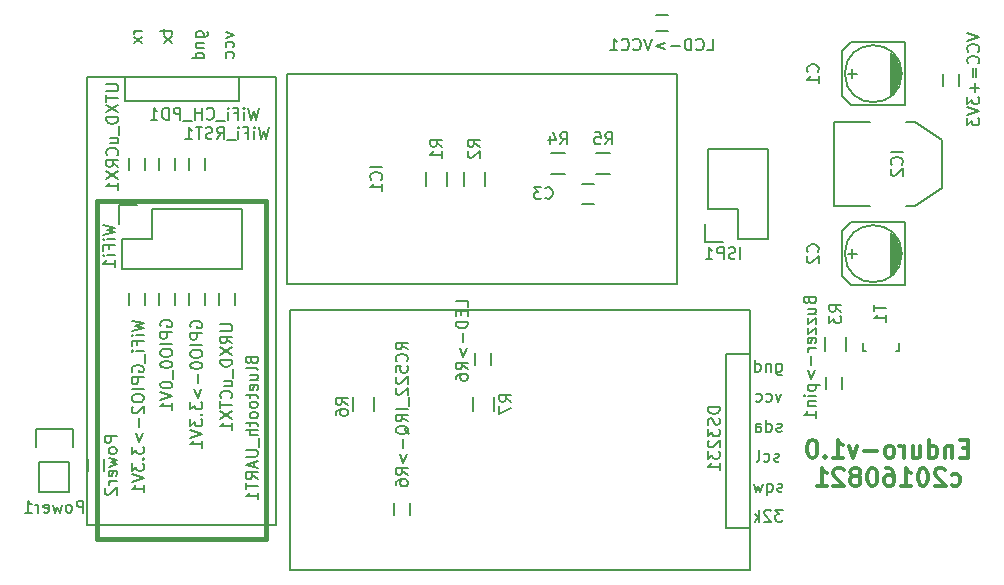
<source format=gbr>
G04 #@! TF.FileFunction,Legend,Bot*
%FSLAX46Y46*%
G04 Gerber Fmt 4.6, Leading zero omitted, Abs format (unit mm)*
G04 Created by KiCad (PCBNEW 4.0.2-stable) date 29/08/2016 16:57:44*
%MOMM*%
G01*
G04 APERTURE LIST*
%ADD10C,0.100000*%
%ADD11C,0.300000*%
%ADD12C,0.150000*%
%ADD13C,0.400000*%
%ADD14C,0.152400*%
G04 APERTURE END LIST*
D10*
D11*
X102797714Y-76162857D02*
X102297714Y-76162857D01*
X102083428Y-76948571D02*
X102797714Y-76948571D01*
X102797714Y-75448571D01*
X102083428Y-75448571D01*
X101440571Y-75948571D02*
X101440571Y-76948571D01*
X101440571Y-76091429D02*
X101369143Y-76020000D01*
X101226285Y-75948571D01*
X101012000Y-75948571D01*
X100869143Y-76020000D01*
X100797714Y-76162857D01*
X100797714Y-76948571D01*
X99440571Y-76948571D02*
X99440571Y-75448571D01*
X99440571Y-76877143D02*
X99583428Y-76948571D01*
X99869142Y-76948571D01*
X100012000Y-76877143D01*
X100083428Y-76805714D01*
X100154857Y-76662857D01*
X100154857Y-76234286D01*
X100083428Y-76091429D01*
X100012000Y-76020000D01*
X99869142Y-75948571D01*
X99583428Y-75948571D01*
X99440571Y-76020000D01*
X98083428Y-75948571D02*
X98083428Y-76948571D01*
X98726285Y-75948571D02*
X98726285Y-76734286D01*
X98654857Y-76877143D01*
X98511999Y-76948571D01*
X98297714Y-76948571D01*
X98154857Y-76877143D01*
X98083428Y-76805714D01*
X97369142Y-76948571D02*
X97369142Y-75948571D01*
X97369142Y-76234286D02*
X97297714Y-76091429D01*
X97226285Y-76020000D01*
X97083428Y-75948571D01*
X96940571Y-75948571D01*
X96226285Y-76948571D02*
X96369143Y-76877143D01*
X96440571Y-76805714D01*
X96512000Y-76662857D01*
X96512000Y-76234286D01*
X96440571Y-76091429D01*
X96369143Y-76020000D01*
X96226285Y-75948571D01*
X96012000Y-75948571D01*
X95869143Y-76020000D01*
X95797714Y-76091429D01*
X95726285Y-76234286D01*
X95726285Y-76662857D01*
X95797714Y-76805714D01*
X95869143Y-76877143D01*
X96012000Y-76948571D01*
X96226285Y-76948571D01*
X95083428Y-76377143D02*
X93940571Y-76377143D01*
X93369142Y-75948571D02*
X93011999Y-76948571D01*
X92654857Y-75948571D01*
X91297714Y-76948571D02*
X92154857Y-76948571D01*
X91726285Y-76948571D02*
X91726285Y-75448571D01*
X91869142Y-75662857D01*
X92012000Y-75805714D01*
X92154857Y-75877143D01*
X90654857Y-76805714D02*
X90583429Y-76877143D01*
X90654857Y-76948571D01*
X90726286Y-76877143D01*
X90654857Y-76805714D01*
X90654857Y-76948571D01*
X89654857Y-75448571D02*
X89512000Y-75448571D01*
X89369143Y-75520000D01*
X89297714Y-75591429D01*
X89226285Y-75734286D01*
X89154857Y-76020000D01*
X89154857Y-76377143D01*
X89226285Y-76662857D01*
X89297714Y-76805714D01*
X89369143Y-76877143D01*
X89512000Y-76948571D01*
X89654857Y-76948571D01*
X89797714Y-76877143D01*
X89869143Y-76805714D01*
X89940571Y-76662857D01*
X90012000Y-76377143D01*
X90012000Y-76020000D01*
X89940571Y-75734286D01*
X89869143Y-75591429D01*
X89797714Y-75520000D01*
X89654857Y-75448571D01*
X101369141Y-79277143D02*
X101511998Y-79348571D01*
X101797712Y-79348571D01*
X101940570Y-79277143D01*
X102011998Y-79205714D01*
X102083427Y-79062857D01*
X102083427Y-78634286D01*
X102011998Y-78491429D01*
X101940570Y-78420000D01*
X101797712Y-78348571D01*
X101511998Y-78348571D01*
X101369141Y-78420000D01*
X100797713Y-77991429D02*
X100726284Y-77920000D01*
X100583427Y-77848571D01*
X100226284Y-77848571D01*
X100083427Y-77920000D01*
X100011998Y-77991429D01*
X99940570Y-78134286D01*
X99940570Y-78277143D01*
X100011998Y-78491429D01*
X100869141Y-79348571D01*
X99940570Y-79348571D01*
X99011999Y-77848571D02*
X98869142Y-77848571D01*
X98726285Y-77920000D01*
X98654856Y-77991429D01*
X98583427Y-78134286D01*
X98511999Y-78420000D01*
X98511999Y-78777143D01*
X98583427Y-79062857D01*
X98654856Y-79205714D01*
X98726285Y-79277143D01*
X98869142Y-79348571D01*
X99011999Y-79348571D01*
X99154856Y-79277143D01*
X99226285Y-79205714D01*
X99297713Y-79062857D01*
X99369142Y-78777143D01*
X99369142Y-78420000D01*
X99297713Y-78134286D01*
X99226285Y-77991429D01*
X99154856Y-77920000D01*
X99011999Y-77848571D01*
X97083428Y-79348571D02*
X97940571Y-79348571D01*
X97511999Y-79348571D02*
X97511999Y-77848571D01*
X97654856Y-78062857D01*
X97797714Y-78205714D01*
X97940571Y-78277143D01*
X95797714Y-77848571D02*
X96083428Y-77848571D01*
X96226285Y-77920000D01*
X96297714Y-77991429D01*
X96440571Y-78205714D01*
X96512000Y-78491429D01*
X96512000Y-79062857D01*
X96440571Y-79205714D01*
X96369143Y-79277143D01*
X96226285Y-79348571D01*
X95940571Y-79348571D01*
X95797714Y-79277143D01*
X95726285Y-79205714D01*
X95654857Y-79062857D01*
X95654857Y-78705714D01*
X95726285Y-78562857D01*
X95797714Y-78491429D01*
X95940571Y-78420000D01*
X96226285Y-78420000D01*
X96369143Y-78491429D01*
X96440571Y-78562857D01*
X96512000Y-78705714D01*
X94726286Y-77848571D02*
X94583429Y-77848571D01*
X94440572Y-77920000D01*
X94369143Y-77991429D01*
X94297714Y-78134286D01*
X94226286Y-78420000D01*
X94226286Y-78777143D01*
X94297714Y-79062857D01*
X94369143Y-79205714D01*
X94440572Y-79277143D01*
X94583429Y-79348571D01*
X94726286Y-79348571D01*
X94869143Y-79277143D01*
X94940572Y-79205714D01*
X95012000Y-79062857D01*
X95083429Y-78777143D01*
X95083429Y-78420000D01*
X95012000Y-78134286D01*
X94940572Y-77991429D01*
X94869143Y-77920000D01*
X94726286Y-77848571D01*
X93369143Y-78491429D02*
X93512001Y-78420000D01*
X93583429Y-78348571D01*
X93654858Y-78205714D01*
X93654858Y-78134286D01*
X93583429Y-77991429D01*
X93512001Y-77920000D01*
X93369143Y-77848571D01*
X93083429Y-77848571D01*
X92940572Y-77920000D01*
X92869143Y-77991429D01*
X92797715Y-78134286D01*
X92797715Y-78205714D01*
X92869143Y-78348571D01*
X92940572Y-78420000D01*
X93083429Y-78491429D01*
X93369143Y-78491429D01*
X93512001Y-78562857D01*
X93583429Y-78634286D01*
X93654858Y-78777143D01*
X93654858Y-79062857D01*
X93583429Y-79205714D01*
X93512001Y-79277143D01*
X93369143Y-79348571D01*
X93083429Y-79348571D01*
X92940572Y-79277143D01*
X92869143Y-79205714D01*
X92797715Y-79062857D01*
X92797715Y-78777143D01*
X92869143Y-78634286D01*
X92940572Y-78562857D01*
X93083429Y-78491429D01*
X92226287Y-77991429D02*
X92154858Y-77920000D01*
X92012001Y-77848571D01*
X91654858Y-77848571D01*
X91512001Y-77920000D01*
X91440572Y-77991429D01*
X91369144Y-78134286D01*
X91369144Y-78277143D01*
X91440572Y-78491429D01*
X92297715Y-79348571D01*
X91369144Y-79348571D01*
X89940573Y-79348571D02*
X90797716Y-79348571D01*
X90369144Y-79348571D02*
X90369144Y-77848571D01*
X90512001Y-78062857D01*
X90654859Y-78205714D01*
X90797716Y-78277143D01*
D12*
X44196000Y-44704000D02*
X44196000Y-82704000D01*
X44196000Y-82704000D02*
X28196000Y-82704000D01*
X28196000Y-44704000D02*
X28196000Y-82704000D01*
X44196000Y-44704000D02*
X28196000Y-44704000D01*
X41021000Y-46736000D02*
X31369000Y-46736000D01*
X31369000Y-46736000D02*
X31369000Y-44704000D01*
X31369000Y-44704000D02*
X41021000Y-44704000D01*
X41021000Y-44704000D02*
X41021000Y-46736000D01*
X60085000Y-52740000D02*
X60085000Y-53940000D01*
X61835000Y-53940000D02*
X61835000Y-52740000D01*
X84328000Y-82931000D02*
X84328000Y-68199000D01*
X84328000Y-68199000D02*
X82296000Y-68199000D01*
X82296000Y-68199000D02*
X82296000Y-82931000D01*
X84328000Y-86487000D02*
X45328000Y-86487000D01*
X45328000Y-86487000D02*
X45328000Y-64487000D01*
X84328000Y-64487000D02*
X45328000Y-64487000D01*
X84328000Y-86487000D02*
X84328000Y-64487000D01*
X84328000Y-82931000D02*
X82296000Y-82931000D01*
X96676160Y-67960240D02*
X96627900Y-67960240D01*
X93877180Y-67259200D02*
X93877180Y-67960240D01*
X93877180Y-67960240D02*
X94126100Y-67960240D01*
X96676160Y-67960240D02*
X96876820Y-67960240D01*
X96876820Y-67960240D02*
X96876820Y-67259200D01*
X94488000Y-55626000D02*
X91440000Y-55626000D01*
X91440000Y-55626000D02*
X91440000Y-48514000D01*
X91440000Y-48514000D02*
X94488000Y-48514000D01*
X97536000Y-55626000D02*
X98298000Y-55626000D01*
X98298000Y-55626000D02*
X100584000Y-54102000D01*
X100584000Y-54102000D02*
X100584000Y-50038000D01*
X100584000Y-50038000D02*
X98298000Y-48514000D01*
X98298000Y-48514000D02*
X97536000Y-48514000D01*
X97028000Y-43815000D02*
X97028000Y-45212000D01*
X96901000Y-43561000D02*
X96901000Y-45339000D01*
X96774000Y-43180000D02*
X96774000Y-45720000D01*
X96647000Y-45847000D02*
X96647000Y-43053000D01*
X96520000Y-42926000D02*
X96520000Y-45974000D01*
X96393000Y-46101000D02*
X96393000Y-42799000D01*
X96266000Y-42672000D02*
X96266000Y-46228000D01*
X97409000Y-41783000D02*
X92837000Y-41783000D01*
X92837000Y-41783000D02*
X92075000Y-42545000D01*
X92075000Y-42545000D02*
X92075000Y-46355000D01*
X92075000Y-46355000D02*
X92837000Y-47117000D01*
X92837000Y-47117000D02*
X97409000Y-47117000D01*
X97409000Y-47117000D02*
X97409000Y-41783000D01*
X92583000Y-44450000D02*
X93345000Y-44450000D01*
X92964000Y-44069000D02*
X92964000Y-44831000D01*
X97155000Y-44450000D02*
G75*
G03X97155000Y-44450000I-2413000J0D01*
G01*
X56910000Y-52740000D02*
X56910000Y-53940000D01*
X58660000Y-53940000D02*
X58660000Y-52740000D01*
X90692000Y-66710000D02*
X90692000Y-67910000D01*
X92442000Y-67910000D02*
X92442000Y-66710000D01*
X67472000Y-52945000D02*
X68672000Y-52945000D01*
X68672000Y-51195000D02*
X67472000Y-51195000D01*
X71282000Y-52945000D02*
X72482000Y-52945000D01*
X72482000Y-51195000D02*
X71282000Y-51195000D01*
X50687000Y-71790000D02*
X50687000Y-72990000D01*
X52437000Y-72990000D02*
X52437000Y-71790000D01*
X60847000Y-71790000D02*
X60847000Y-72990000D01*
X62597000Y-72990000D02*
X62597000Y-71790000D01*
X71112000Y-55460000D02*
X70112000Y-55460000D01*
X70112000Y-53760000D02*
X71112000Y-53760000D01*
X80772000Y-55880000D02*
X80772000Y-50800000D01*
X80492000Y-58700000D02*
X82042000Y-58700000D01*
X83312000Y-58420000D02*
X83312000Y-55880000D01*
X83312000Y-55880000D02*
X80772000Y-55880000D01*
X80772000Y-50800000D02*
X85852000Y-50800000D01*
X85852000Y-50800000D02*
X85852000Y-55880000D01*
X80492000Y-58700000D02*
X80492000Y-57150000D01*
X85852000Y-58420000D02*
X83312000Y-58420000D01*
X85852000Y-55880000D02*
X85852000Y-58420000D01*
X97028000Y-59055000D02*
X97028000Y-60452000D01*
X96901000Y-58801000D02*
X96901000Y-60579000D01*
X96774000Y-58420000D02*
X96774000Y-60960000D01*
X96647000Y-61087000D02*
X96647000Y-58293000D01*
X96520000Y-58166000D02*
X96520000Y-61214000D01*
X96393000Y-61341000D02*
X96393000Y-58039000D01*
X96266000Y-57912000D02*
X96266000Y-61468000D01*
X97409000Y-57023000D02*
X92837000Y-57023000D01*
X92837000Y-57023000D02*
X92075000Y-57785000D01*
X92075000Y-57785000D02*
X92075000Y-61595000D01*
X92075000Y-61595000D02*
X92837000Y-62357000D01*
X92837000Y-62357000D02*
X97409000Y-62357000D01*
X97409000Y-62357000D02*
X97409000Y-57023000D01*
X92583000Y-59690000D02*
X93345000Y-59690000D01*
X92964000Y-59309000D02*
X92964000Y-60071000D01*
X97155000Y-59690000D02*
G75*
G03X97155000Y-59690000I-2413000J0D01*
G01*
X77335000Y-39457000D02*
X76335000Y-39457000D01*
X76335000Y-40807000D02*
X77335000Y-40807000D01*
X100671000Y-44458000D02*
X100671000Y-45458000D01*
X102021000Y-45458000D02*
X102021000Y-44458000D01*
X45085000Y-44450000D02*
X78105000Y-44450000D01*
X78105000Y-44450000D02*
X78105000Y-62230000D01*
X78105000Y-62230000D02*
X45085000Y-62230000D01*
X45085000Y-62230000D02*
X45085000Y-44450000D01*
X24130000Y-77343000D02*
X24130000Y-79883000D01*
X23850000Y-74523000D02*
X23850000Y-76073000D01*
X24130000Y-77343000D02*
X26670000Y-77343000D01*
X26950000Y-76073000D02*
X26950000Y-74523000D01*
X26950000Y-74523000D02*
X23850000Y-74523000D01*
X26670000Y-77343000D02*
X26670000Y-79883000D01*
X26670000Y-79883000D02*
X24130000Y-79883000D01*
X28281000Y-77097000D02*
X28281000Y-78097000D01*
X29631000Y-78097000D02*
X29631000Y-77097000D01*
X92115000Y-71112000D02*
X92115000Y-70112000D01*
X90765000Y-70112000D02*
X90765000Y-71112000D01*
X39330000Y-63000000D02*
X39330000Y-64000000D01*
X40680000Y-64000000D02*
X40680000Y-63000000D01*
X33060000Y-52570000D02*
X33060000Y-51570000D01*
X31710000Y-51570000D02*
X31710000Y-52570000D01*
X34250000Y-51570000D02*
X34250000Y-52570000D01*
X35600000Y-52570000D02*
X35600000Y-51570000D01*
X36790000Y-51570000D02*
X36790000Y-52570000D01*
X38140000Y-52570000D02*
X38140000Y-51570000D01*
D13*
X43345000Y-55245000D02*
X43345000Y-83855000D01*
X29045000Y-55245000D02*
X29045000Y-83855000D01*
X29045000Y-83855000D02*
X43345000Y-83855000D01*
X29045000Y-55245000D02*
X43345000Y-55245000D01*
D12*
X33655000Y-55880000D02*
X41275000Y-55880000D01*
X41275000Y-55880000D02*
X41275000Y-60960000D01*
X41275000Y-60960000D02*
X31115000Y-60960000D01*
X31115000Y-60960000D02*
X31115000Y-58420000D01*
X30835000Y-57150000D02*
X30835000Y-55600000D01*
X31115000Y-58420000D02*
X33655000Y-58420000D01*
X33655000Y-58420000D02*
X33655000Y-55880000D01*
X30835000Y-55600000D02*
X32385000Y-55600000D01*
X31710000Y-63000000D02*
X31710000Y-64000000D01*
X33060000Y-64000000D02*
X33060000Y-63000000D01*
X36790000Y-63000000D02*
X36790000Y-64000000D01*
X38140000Y-64000000D02*
X38140000Y-63000000D01*
X35600000Y-64000000D02*
X35600000Y-63000000D01*
X34250000Y-63000000D02*
X34250000Y-64000000D01*
X54189000Y-80780000D02*
X54189000Y-81780000D01*
X55539000Y-81780000D02*
X55539000Y-80780000D01*
X61047000Y-68080000D02*
X61047000Y-69080000D01*
X62397000Y-69080000D02*
X62397000Y-68080000D01*
X42092571Y-68731523D02*
X42140190Y-68874380D01*
X42187810Y-68921999D01*
X42283048Y-68969618D01*
X42425905Y-68969618D01*
X42521143Y-68921999D01*
X42568762Y-68874380D01*
X42616381Y-68779142D01*
X42616381Y-68398189D01*
X41616381Y-68398189D01*
X41616381Y-68731523D01*
X41664000Y-68826761D01*
X41711619Y-68874380D01*
X41806857Y-68921999D01*
X41902095Y-68921999D01*
X41997333Y-68874380D01*
X42044952Y-68826761D01*
X42092571Y-68731523D01*
X42092571Y-68398189D01*
X42616381Y-69541046D02*
X42568762Y-69445808D01*
X42473524Y-69398189D01*
X41616381Y-69398189D01*
X41949714Y-70350571D02*
X42616381Y-70350571D01*
X41949714Y-69921999D02*
X42473524Y-69921999D01*
X42568762Y-69969618D01*
X42616381Y-70064856D01*
X42616381Y-70207714D01*
X42568762Y-70302952D01*
X42521143Y-70350571D01*
X42568762Y-71207714D02*
X42616381Y-71112476D01*
X42616381Y-70921999D01*
X42568762Y-70826761D01*
X42473524Y-70779142D01*
X42092571Y-70779142D01*
X41997333Y-70826761D01*
X41949714Y-70921999D01*
X41949714Y-71112476D01*
X41997333Y-71207714D01*
X42092571Y-71255333D01*
X42187810Y-71255333D01*
X42283048Y-70779142D01*
X41949714Y-71541047D02*
X41949714Y-71921999D01*
X41616381Y-71683904D02*
X42473524Y-71683904D01*
X42568762Y-71731523D01*
X42616381Y-71826761D01*
X42616381Y-71921999D01*
X42616381Y-72398190D02*
X42568762Y-72302952D01*
X42521143Y-72255333D01*
X42425905Y-72207714D01*
X42140190Y-72207714D01*
X42044952Y-72255333D01*
X41997333Y-72302952D01*
X41949714Y-72398190D01*
X41949714Y-72541048D01*
X41997333Y-72636286D01*
X42044952Y-72683905D01*
X42140190Y-72731524D01*
X42425905Y-72731524D01*
X42521143Y-72683905D01*
X42568762Y-72636286D01*
X42616381Y-72541048D01*
X42616381Y-72398190D01*
X42616381Y-73302952D02*
X42568762Y-73207714D01*
X42521143Y-73160095D01*
X42425905Y-73112476D01*
X42140190Y-73112476D01*
X42044952Y-73160095D01*
X41997333Y-73207714D01*
X41949714Y-73302952D01*
X41949714Y-73445810D01*
X41997333Y-73541048D01*
X42044952Y-73588667D01*
X42140190Y-73636286D01*
X42425905Y-73636286D01*
X42521143Y-73588667D01*
X42568762Y-73541048D01*
X42616381Y-73445810D01*
X42616381Y-73302952D01*
X41949714Y-73922000D02*
X41949714Y-74302952D01*
X41616381Y-74064857D02*
X42473524Y-74064857D01*
X42568762Y-74112476D01*
X42616381Y-74207714D01*
X42616381Y-74302952D01*
X42616381Y-74636286D02*
X41616381Y-74636286D01*
X42616381Y-75064858D02*
X42092571Y-75064858D01*
X41997333Y-75017239D01*
X41949714Y-74922001D01*
X41949714Y-74779143D01*
X41997333Y-74683905D01*
X42044952Y-74636286D01*
X42711619Y-75302953D02*
X42711619Y-76064858D01*
X41616381Y-76302953D02*
X42425905Y-76302953D01*
X42521143Y-76350572D01*
X42568762Y-76398191D01*
X42616381Y-76493429D01*
X42616381Y-76683906D01*
X42568762Y-76779144D01*
X42521143Y-76826763D01*
X42425905Y-76874382D01*
X41616381Y-76874382D01*
X42330667Y-77302953D02*
X42330667Y-77779144D01*
X42616381Y-77207715D02*
X41616381Y-77541048D01*
X42616381Y-77874382D01*
X42616381Y-78779144D02*
X42140190Y-78445810D01*
X42616381Y-78207715D02*
X41616381Y-78207715D01*
X41616381Y-78588668D01*
X41664000Y-78683906D01*
X41711619Y-78731525D01*
X41806857Y-78779144D01*
X41949714Y-78779144D01*
X42044952Y-78731525D01*
X42092571Y-78683906D01*
X42140190Y-78588668D01*
X42140190Y-78207715D01*
X41616381Y-79064858D02*
X41616381Y-79636287D01*
X42616381Y-79350572D02*
X41616381Y-79350572D01*
X42616381Y-80493430D02*
X42616381Y-79922001D01*
X42616381Y-80207715D02*
X41616381Y-80207715D01*
X41759238Y-80112477D01*
X41854476Y-80017239D01*
X41902095Y-79922001D01*
X34710714Y-40679762D02*
X34710714Y-41060714D01*
X34377381Y-40822619D02*
X35234524Y-40822619D01*
X35329762Y-40870238D01*
X35377381Y-40965476D01*
X35377381Y-41060714D01*
X35377381Y-41298810D02*
X34710714Y-41822620D01*
X34710714Y-41298810D02*
X35377381Y-41822620D01*
X32837381Y-40798809D02*
X32170714Y-40798809D01*
X32361190Y-40798809D02*
X32265952Y-40846428D01*
X32218333Y-40894047D01*
X32170714Y-40989285D01*
X32170714Y-41084524D01*
X32837381Y-41322619D02*
X32170714Y-41846429D01*
X32170714Y-41322619D02*
X32837381Y-41846429D01*
X37377714Y-41346524D02*
X38187238Y-41346524D01*
X38282476Y-41298905D01*
X38330095Y-41251286D01*
X38377714Y-41156047D01*
X38377714Y-41013190D01*
X38330095Y-40917952D01*
X37996762Y-41346524D02*
X38044381Y-41251286D01*
X38044381Y-41060809D01*
X37996762Y-40965571D01*
X37949143Y-40917952D01*
X37853905Y-40870333D01*
X37568190Y-40870333D01*
X37472952Y-40917952D01*
X37425333Y-40965571D01*
X37377714Y-41060809D01*
X37377714Y-41251286D01*
X37425333Y-41346524D01*
X37377714Y-41822714D02*
X38044381Y-41822714D01*
X37472952Y-41822714D02*
X37425333Y-41870333D01*
X37377714Y-41965571D01*
X37377714Y-42108429D01*
X37425333Y-42203667D01*
X37520571Y-42251286D01*
X38044381Y-42251286D01*
X38044381Y-43156048D02*
X37044381Y-43156048D01*
X37996762Y-43156048D02*
X38044381Y-43060810D01*
X38044381Y-42870333D01*
X37996762Y-42775095D01*
X37949143Y-42727476D01*
X37853905Y-42679857D01*
X37568190Y-42679857D01*
X37472952Y-42727476D01*
X37425333Y-42775095D01*
X37377714Y-42870333D01*
X37377714Y-43060810D01*
X37425333Y-43156048D01*
X39917714Y-40941762D02*
X40584381Y-41179857D01*
X39917714Y-41417953D01*
X40536762Y-42227477D02*
X40584381Y-42132239D01*
X40584381Y-41941762D01*
X40536762Y-41846524D01*
X40489143Y-41798905D01*
X40393905Y-41751286D01*
X40108190Y-41751286D01*
X40012952Y-41798905D01*
X39965333Y-41846524D01*
X39917714Y-41941762D01*
X39917714Y-42132239D01*
X39965333Y-42227477D01*
X40536762Y-43084620D02*
X40584381Y-42989382D01*
X40584381Y-42798905D01*
X40536762Y-42703667D01*
X40489143Y-42656048D01*
X40393905Y-42608429D01*
X40108190Y-42608429D01*
X40012952Y-42656048D01*
X39965333Y-42703667D01*
X39917714Y-42798905D01*
X39917714Y-42989382D01*
X39965333Y-43084620D01*
X61412381Y-50633334D02*
X60936190Y-50300000D01*
X61412381Y-50061905D02*
X60412381Y-50061905D01*
X60412381Y-50442858D01*
X60460000Y-50538096D01*
X60507619Y-50585715D01*
X60602857Y-50633334D01*
X60745714Y-50633334D01*
X60840952Y-50585715D01*
X60888571Y-50538096D01*
X60936190Y-50442858D01*
X60936190Y-50061905D01*
X60507619Y-51014286D02*
X60460000Y-51061905D01*
X60412381Y-51157143D01*
X60412381Y-51395239D01*
X60460000Y-51490477D01*
X60507619Y-51538096D01*
X60602857Y-51585715D01*
X60698095Y-51585715D01*
X60840952Y-51538096D01*
X61412381Y-50966667D01*
X61412381Y-51585715D01*
X81732381Y-72668143D02*
X80732381Y-72668143D01*
X80732381Y-72906238D01*
X80780000Y-73049096D01*
X80875238Y-73144334D01*
X80970476Y-73191953D01*
X81160952Y-73239572D01*
X81303810Y-73239572D01*
X81494286Y-73191953D01*
X81589524Y-73144334D01*
X81684762Y-73049096D01*
X81732381Y-72906238D01*
X81732381Y-72668143D01*
X81684762Y-73620524D02*
X81732381Y-73763381D01*
X81732381Y-74001477D01*
X81684762Y-74096715D01*
X81637143Y-74144334D01*
X81541905Y-74191953D01*
X81446667Y-74191953D01*
X81351429Y-74144334D01*
X81303810Y-74096715D01*
X81256190Y-74001477D01*
X81208571Y-73811000D01*
X81160952Y-73715762D01*
X81113333Y-73668143D01*
X81018095Y-73620524D01*
X80922857Y-73620524D01*
X80827619Y-73668143D01*
X80780000Y-73715762D01*
X80732381Y-73811000D01*
X80732381Y-74049096D01*
X80780000Y-74191953D01*
X80732381Y-74525286D02*
X80732381Y-75144334D01*
X81113333Y-74811000D01*
X81113333Y-74953858D01*
X81160952Y-75049096D01*
X81208571Y-75096715D01*
X81303810Y-75144334D01*
X81541905Y-75144334D01*
X81637143Y-75096715D01*
X81684762Y-75049096D01*
X81732381Y-74953858D01*
X81732381Y-74668143D01*
X81684762Y-74572905D01*
X81637143Y-74525286D01*
X80827619Y-75525286D02*
X80780000Y-75572905D01*
X80732381Y-75668143D01*
X80732381Y-75906239D01*
X80780000Y-76001477D01*
X80827619Y-76049096D01*
X80922857Y-76096715D01*
X81018095Y-76096715D01*
X81160952Y-76049096D01*
X81732381Y-75477667D01*
X81732381Y-76096715D01*
X80732381Y-76430048D02*
X80732381Y-77049096D01*
X81113333Y-76715762D01*
X81113333Y-76858620D01*
X81160952Y-76953858D01*
X81208571Y-77001477D01*
X81303810Y-77049096D01*
X81541905Y-77049096D01*
X81637143Y-77001477D01*
X81684762Y-76953858D01*
X81732381Y-76858620D01*
X81732381Y-76572905D01*
X81684762Y-76477667D01*
X81637143Y-76430048D01*
X81732381Y-78001477D02*
X81732381Y-77430048D01*
X81732381Y-77715762D02*
X80732381Y-77715762D01*
X80875238Y-77620524D01*
X80970476Y-77525286D01*
X81018095Y-77430048D01*
X86542476Y-69000714D02*
X86542476Y-69810238D01*
X86590095Y-69905476D01*
X86637714Y-69953095D01*
X86732953Y-70000714D01*
X86875810Y-70000714D01*
X86971048Y-69953095D01*
X86542476Y-69619762D02*
X86637714Y-69667381D01*
X86828191Y-69667381D01*
X86923429Y-69619762D01*
X86971048Y-69572143D01*
X87018667Y-69476905D01*
X87018667Y-69191190D01*
X86971048Y-69095952D01*
X86923429Y-69048333D01*
X86828191Y-69000714D01*
X86637714Y-69000714D01*
X86542476Y-69048333D01*
X86066286Y-69000714D02*
X86066286Y-69667381D01*
X86066286Y-69095952D02*
X86018667Y-69048333D01*
X85923429Y-69000714D01*
X85780571Y-69000714D01*
X85685333Y-69048333D01*
X85637714Y-69143571D01*
X85637714Y-69667381D01*
X84732952Y-69667381D02*
X84732952Y-68667381D01*
X84732952Y-69619762D02*
X84828190Y-69667381D01*
X85018667Y-69667381D01*
X85113905Y-69619762D01*
X85161524Y-69572143D01*
X85209143Y-69476905D01*
X85209143Y-69191190D01*
X85161524Y-69095952D01*
X85113905Y-69048333D01*
X85018667Y-69000714D01*
X84828190Y-69000714D01*
X84732952Y-69048333D01*
X86947238Y-71540714D02*
X86709143Y-72207381D01*
X86471047Y-71540714D01*
X85661523Y-72159762D02*
X85756761Y-72207381D01*
X85947238Y-72207381D01*
X86042476Y-72159762D01*
X86090095Y-72112143D01*
X86137714Y-72016905D01*
X86137714Y-71731190D01*
X86090095Y-71635952D01*
X86042476Y-71588333D01*
X85947238Y-71540714D01*
X85756761Y-71540714D01*
X85661523Y-71588333D01*
X84804380Y-72159762D02*
X84899618Y-72207381D01*
X85090095Y-72207381D01*
X85185333Y-72159762D01*
X85232952Y-72112143D01*
X85280571Y-72016905D01*
X85280571Y-71731190D01*
X85232952Y-71635952D01*
X85185333Y-71588333D01*
X85090095Y-71540714D01*
X84899618Y-71540714D01*
X84804380Y-71588333D01*
X86756762Y-77239762D02*
X86661524Y-77287381D01*
X86471048Y-77287381D01*
X86375809Y-77239762D01*
X86328190Y-77144524D01*
X86328190Y-77096905D01*
X86375809Y-77001667D01*
X86471048Y-76954048D01*
X86613905Y-76954048D01*
X86709143Y-76906429D01*
X86756762Y-76811190D01*
X86756762Y-76763571D01*
X86709143Y-76668333D01*
X86613905Y-76620714D01*
X86471048Y-76620714D01*
X86375809Y-76668333D01*
X85471047Y-77239762D02*
X85566285Y-77287381D01*
X85756762Y-77287381D01*
X85852000Y-77239762D01*
X85899619Y-77192143D01*
X85947238Y-77096905D01*
X85947238Y-76811190D01*
X85899619Y-76715952D01*
X85852000Y-76668333D01*
X85756762Y-76620714D01*
X85566285Y-76620714D01*
X85471047Y-76668333D01*
X84899619Y-77287381D02*
X84994857Y-77239762D01*
X85042476Y-77144524D01*
X85042476Y-76287381D01*
X86971048Y-74699762D02*
X86875810Y-74747381D01*
X86685334Y-74747381D01*
X86590095Y-74699762D01*
X86542476Y-74604524D01*
X86542476Y-74556905D01*
X86590095Y-74461667D01*
X86685334Y-74414048D01*
X86828191Y-74414048D01*
X86923429Y-74366429D01*
X86971048Y-74271190D01*
X86971048Y-74223571D01*
X86923429Y-74128333D01*
X86828191Y-74080714D01*
X86685334Y-74080714D01*
X86590095Y-74128333D01*
X85685333Y-74747381D02*
X85685333Y-73747381D01*
X85685333Y-74699762D02*
X85780571Y-74747381D01*
X85971048Y-74747381D01*
X86066286Y-74699762D01*
X86113905Y-74652143D01*
X86161524Y-74556905D01*
X86161524Y-74271190D01*
X86113905Y-74175952D01*
X86066286Y-74128333D01*
X85971048Y-74080714D01*
X85780571Y-74080714D01*
X85685333Y-74128333D01*
X84780571Y-74747381D02*
X84780571Y-74223571D01*
X84828190Y-74128333D01*
X84923428Y-74080714D01*
X85113905Y-74080714D01*
X85209143Y-74128333D01*
X84780571Y-74699762D02*
X84875809Y-74747381D01*
X85113905Y-74747381D01*
X85209143Y-74699762D01*
X85256762Y-74604524D01*
X85256762Y-74509286D01*
X85209143Y-74414048D01*
X85113905Y-74366429D01*
X84875809Y-74366429D01*
X84780571Y-74318810D01*
X87042476Y-79779762D02*
X86947238Y-79827381D01*
X86756762Y-79827381D01*
X86661523Y-79779762D01*
X86613904Y-79684524D01*
X86613904Y-79636905D01*
X86661523Y-79541667D01*
X86756762Y-79494048D01*
X86899619Y-79494048D01*
X86994857Y-79446429D01*
X87042476Y-79351190D01*
X87042476Y-79303571D01*
X86994857Y-79208333D01*
X86899619Y-79160714D01*
X86756762Y-79160714D01*
X86661523Y-79208333D01*
X85756761Y-79160714D02*
X85756761Y-80160714D01*
X85756761Y-79779762D02*
X85851999Y-79827381D01*
X86042476Y-79827381D01*
X86137714Y-79779762D01*
X86185333Y-79732143D01*
X86232952Y-79636905D01*
X86232952Y-79351190D01*
X86185333Y-79255952D01*
X86137714Y-79208333D01*
X86042476Y-79160714D01*
X85851999Y-79160714D01*
X85756761Y-79208333D01*
X85375809Y-79160714D02*
X85185333Y-79827381D01*
X84994856Y-79351190D01*
X84804380Y-79827381D01*
X84613904Y-79160714D01*
X87066286Y-81367381D02*
X86447238Y-81367381D01*
X86780572Y-81748333D01*
X86637714Y-81748333D01*
X86542476Y-81795952D01*
X86494857Y-81843571D01*
X86447238Y-81938810D01*
X86447238Y-82176905D01*
X86494857Y-82272143D01*
X86542476Y-82319762D01*
X86637714Y-82367381D01*
X86923429Y-82367381D01*
X87018667Y-82319762D01*
X87066286Y-82272143D01*
X86066286Y-81462619D02*
X86018667Y-81415000D01*
X85923429Y-81367381D01*
X85685333Y-81367381D01*
X85590095Y-81415000D01*
X85542476Y-81462619D01*
X85494857Y-81557857D01*
X85494857Y-81653095D01*
X85542476Y-81795952D01*
X86113905Y-82367381D01*
X85494857Y-82367381D01*
X85066286Y-82367381D02*
X85066286Y-81367381D01*
X84971048Y-81986429D02*
X84685333Y-82367381D01*
X84685333Y-81700714D02*
X85066286Y-82081667D01*
X94829381Y-64008095D02*
X94829381Y-64579524D01*
X95829381Y-64293809D02*
X94829381Y-64293809D01*
X95829381Y-65436667D02*
X95829381Y-64865238D01*
X95829381Y-65150952D02*
X94829381Y-65150952D01*
X94972238Y-65055714D01*
X95067476Y-64960476D01*
X95115095Y-64865238D01*
X97226381Y-51093810D02*
X96226381Y-51093810D01*
X97131143Y-52141429D02*
X97178762Y-52093810D01*
X97226381Y-51950953D01*
X97226381Y-51855715D01*
X97178762Y-51712857D01*
X97083524Y-51617619D01*
X96988286Y-51570000D01*
X96797810Y-51522381D01*
X96654952Y-51522381D01*
X96464476Y-51570000D01*
X96369238Y-51617619D01*
X96274000Y-51712857D01*
X96226381Y-51855715D01*
X96226381Y-51950953D01*
X96274000Y-52093810D01*
X96321619Y-52141429D01*
X96321619Y-52522381D02*
X96274000Y-52570000D01*
X96226381Y-52665238D01*
X96226381Y-52903334D01*
X96274000Y-52998572D01*
X96321619Y-53046191D01*
X96416857Y-53093810D01*
X96512095Y-53093810D01*
X96654952Y-53046191D01*
X97226381Y-52474762D01*
X97226381Y-53093810D01*
X90019143Y-44283334D02*
X90066762Y-44235715D01*
X90114381Y-44092858D01*
X90114381Y-43997620D01*
X90066762Y-43854762D01*
X89971524Y-43759524D01*
X89876286Y-43711905D01*
X89685810Y-43664286D01*
X89542952Y-43664286D01*
X89352476Y-43711905D01*
X89257238Y-43759524D01*
X89162000Y-43854762D01*
X89114381Y-43997620D01*
X89114381Y-44092858D01*
X89162000Y-44235715D01*
X89209619Y-44283334D01*
X90114381Y-45235715D02*
X90114381Y-44664286D01*
X90114381Y-44950000D02*
X89114381Y-44950000D01*
X89257238Y-44854762D01*
X89352476Y-44759524D01*
X89400095Y-44664286D01*
X58237381Y-50633334D02*
X57761190Y-50300000D01*
X58237381Y-50061905D02*
X57237381Y-50061905D01*
X57237381Y-50442858D01*
X57285000Y-50538096D01*
X57332619Y-50585715D01*
X57427857Y-50633334D01*
X57570714Y-50633334D01*
X57665952Y-50585715D01*
X57713571Y-50538096D01*
X57761190Y-50442858D01*
X57761190Y-50061905D01*
X58237381Y-51585715D02*
X58237381Y-51014286D01*
X58237381Y-51300000D02*
X57237381Y-51300000D01*
X57380238Y-51204762D01*
X57475476Y-51109524D01*
X57523095Y-51014286D01*
X92019381Y-64603334D02*
X91543190Y-64270000D01*
X92019381Y-64031905D02*
X91019381Y-64031905D01*
X91019381Y-64412858D01*
X91067000Y-64508096D01*
X91114619Y-64555715D01*
X91209857Y-64603334D01*
X91352714Y-64603334D01*
X91447952Y-64555715D01*
X91495571Y-64508096D01*
X91543190Y-64412858D01*
X91543190Y-64031905D01*
X91019381Y-64936667D02*
X91019381Y-65555715D01*
X91400333Y-65222381D01*
X91400333Y-65365239D01*
X91447952Y-65460477D01*
X91495571Y-65508096D01*
X91590810Y-65555715D01*
X91828905Y-65555715D01*
X91924143Y-65508096D01*
X91971762Y-65460477D01*
X92019381Y-65365239D01*
X92019381Y-65079524D01*
X91971762Y-64984286D01*
X91924143Y-64936667D01*
X68238666Y-50422381D02*
X68572000Y-49946190D01*
X68810095Y-50422381D02*
X68810095Y-49422381D01*
X68429142Y-49422381D01*
X68333904Y-49470000D01*
X68286285Y-49517619D01*
X68238666Y-49612857D01*
X68238666Y-49755714D01*
X68286285Y-49850952D01*
X68333904Y-49898571D01*
X68429142Y-49946190D01*
X68810095Y-49946190D01*
X67381523Y-49755714D02*
X67381523Y-50422381D01*
X67619619Y-49374762D02*
X67857714Y-50089048D01*
X67238666Y-50089048D01*
X72048666Y-50422381D02*
X72382000Y-49946190D01*
X72620095Y-50422381D02*
X72620095Y-49422381D01*
X72239142Y-49422381D01*
X72143904Y-49470000D01*
X72096285Y-49517619D01*
X72048666Y-49612857D01*
X72048666Y-49755714D01*
X72096285Y-49850952D01*
X72143904Y-49898571D01*
X72239142Y-49946190D01*
X72620095Y-49946190D01*
X71143904Y-49422381D02*
X71620095Y-49422381D01*
X71667714Y-49898571D01*
X71620095Y-49850952D01*
X71524857Y-49803333D01*
X71286761Y-49803333D01*
X71191523Y-49850952D01*
X71143904Y-49898571D01*
X71096285Y-49993810D01*
X71096285Y-50231905D01*
X71143904Y-50327143D01*
X71191523Y-50374762D01*
X71286761Y-50422381D01*
X71524857Y-50422381D01*
X71620095Y-50374762D01*
X71667714Y-50327143D01*
X50236381Y-72477334D02*
X49760190Y-72144000D01*
X50236381Y-71905905D02*
X49236381Y-71905905D01*
X49236381Y-72286858D01*
X49284000Y-72382096D01*
X49331619Y-72429715D01*
X49426857Y-72477334D01*
X49569714Y-72477334D01*
X49664952Y-72429715D01*
X49712571Y-72382096D01*
X49760190Y-72286858D01*
X49760190Y-71905905D01*
X49236381Y-73334477D02*
X49236381Y-73144000D01*
X49284000Y-73048762D01*
X49331619Y-73001143D01*
X49474476Y-72905905D01*
X49664952Y-72858286D01*
X50045905Y-72858286D01*
X50141143Y-72905905D01*
X50188762Y-72953524D01*
X50236381Y-73048762D01*
X50236381Y-73239239D01*
X50188762Y-73334477D01*
X50141143Y-73382096D01*
X50045905Y-73429715D01*
X49807810Y-73429715D01*
X49712571Y-73382096D01*
X49664952Y-73334477D01*
X49617333Y-73239239D01*
X49617333Y-73048762D01*
X49664952Y-72953524D01*
X49712571Y-72905905D01*
X49807810Y-72858286D01*
X64079381Y-72223334D02*
X63603190Y-71890000D01*
X64079381Y-71651905D02*
X63079381Y-71651905D01*
X63079381Y-72032858D01*
X63127000Y-72128096D01*
X63174619Y-72175715D01*
X63269857Y-72223334D01*
X63412714Y-72223334D01*
X63507952Y-72175715D01*
X63555571Y-72128096D01*
X63603190Y-72032858D01*
X63603190Y-71651905D01*
X63079381Y-72556667D02*
X63079381Y-73223334D01*
X64079381Y-72794762D01*
X66968666Y-54967143D02*
X67016285Y-55014762D01*
X67159142Y-55062381D01*
X67254380Y-55062381D01*
X67397238Y-55014762D01*
X67492476Y-54919524D01*
X67540095Y-54824286D01*
X67587714Y-54633810D01*
X67587714Y-54490952D01*
X67540095Y-54300476D01*
X67492476Y-54205238D01*
X67397238Y-54110000D01*
X67254380Y-54062381D01*
X67159142Y-54062381D01*
X67016285Y-54110000D01*
X66968666Y-54157619D01*
X66635333Y-54062381D02*
X66016285Y-54062381D01*
X66349619Y-54443333D01*
X66206761Y-54443333D01*
X66111523Y-54490952D01*
X66063904Y-54538571D01*
X66016285Y-54633810D01*
X66016285Y-54871905D01*
X66063904Y-54967143D01*
X66111523Y-55014762D01*
X66206761Y-55062381D01*
X66492476Y-55062381D01*
X66587714Y-55014762D01*
X66635333Y-54967143D01*
X83494381Y-60142381D02*
X83494381Y-59142381D01*
X83065810Y-60094762D02*
X82922953Y-60142381D01*
X82684857Y-60142381D01*
X82589619Y-60094762D01*
X82542000Y-60047143D01*
X82494381Y-59951905D01*
X82494381Y-59856667D01*
X82542000Y-59761429D01*
X82589619Y-59713810D01*
X82684857Y-59666190D01*
X82875334Y-59618571D01*
X82970572Y-59570952D01*
X83018191Y-59523333D01*
X83065810Y-59428095D01*
X83065810Y-59332857D01*
X83018191Y-59237619D01*
X82970572Y-59190000D01*
X82875334Y-59142381D01*
X82637238Y-59142381D01*
X82494381Y-59190000D01*
X82065810Y-60142381D02*
X82065810Y-59142381D01*
X81684857Y-59142381D01*
X81589619Y-59190000D01*
X81542000Y-59237619D01*
X81494381Y-59332857D01*
X81494381Y-59475714D01*
X81542000Y-59570952D01*
X81589619Y-59618571D01*
X81684857Y-59666190D01*
X82065810Y-59666190D01*
X80542000Y-60142381D02*
X81113429Y-60142381D01*
X80827715Y-60142381D02*
X80827715Y-59142381D01*
X80922953Y-59285238D01*
X81018191Y-59380476D01*
X81113429Y-59428095D01*
X90019143Y-59523334D02*
X90066762Y-59475715D01*
X90114381Y-59332858D01*
X90114381Y-59237620D01*
X90066762Y-59094762D01*
X89971524Y-58999524D01*
X89876286Y-58951905D01*
X89685810Y-58904286D01*
X89542952Y-58904286D01*
X89352476Y-58951905D01*
X89257238Y-58999524D01*
X89162000Y-59094762D01*
X89114381Y-59237620D01*
X89114381Y-59332858D01*
X89162000Y-59475715D01*
X89209619Y-59523334D01*
X89209619Y-59904286D02*
X89162000Y-59951905D01*
X89114381Y-60047143D01*
X89114381Y-60285239D01*
X89162000Y-60380477D01*
X89209619Y-60428096D01*
X89304857Y-60475715D01*
X89400095Y-60475715D01*
X89542952Y-60428096D01*
X90114381Y-59856667D01*
X90114381Y-60475715D01*
D14*
X80668333Y-42484381D02*
X81144524Y-42484381D01*
X81144524Y-41484381D01*
X79763571Y-42389143D02*
X79811190Y-42436762D01*
X79954047Y-42484381D01*
X80049285Y-42484381D01*
X80192143Y-42436762D01*
X80287381Y-42341524D01*
X80335000Y-42246286D01*
X80382619Y-42055810D01*
X80382619Y-41912952D01*
X80335000Y-41722476D01*
X80287381Y-41627238D01*
X80192143Y-41532000D01*
X80049285Y-41484381D01*
X79954047Y-41484381D01*
X79811190Y-41532000D01*
X79763571Y-41579619D01*
X79335000Y-42484381D02*
X79335000Y-41484381D01*
X79096905Y-41484381D01*
X78954047Y-41532000D01*
X78858809Y-41627238D01*
X78811190Y-41722476D01*
X78763571Y-41912952D01*
X78763571Y-42055810D01*
X78811190Y-42246286D01*
X78858809Y-42341524D01*
X78954047Y-42436762D01*
X79096905Y-42484381D01*
X79335000Y-42484381D01*
X78335000Y-42103429D02*
X77573095Y-42103429D01*
X77096905Y-41817714D02*
X76335000Y-42103429D01*
X77096905Y-42389143D01*
X76001667Y-41484381D02*
X75668334Y-42484381D01*
X75335000Y-41484381D01*
X74430238Y-42389143D02*
X74477857Y-42436762D01*
X74620714Y-42484381D01*
X74715952Y-42484381D01*
X74858810Y-42436762D01*
X74954048Y-42341524D01*
X75001667Y-42246286D01*
X75049286Y-42055810D01*
X75049286Y-41912952D01*
X75001667Y-41722476D01*
X74954048Y-41627238D01*
X74858810Y-41532000D01*
X74715952Y-41484381D01*
X74620714Y-41484381D01*
X74477857Y-41532000D01*
X74430238Y-41579619D01*
X73430238Y-42389143D02*
X73477857Y-42436762D01*
X73620714Y-42484381D01*
X73715952Y-42484381D01*
X73858810Y-42436762D01*
X73954048Y-42341524D01*
X74001667Y-42246286D01*
X74049286Y-42055810D01*
X74049286Y-41912952D01*
X74001667Y-41722476D01*
X73954048Y-41627238D01*
X73858810Y-41532000D01*
X73715952Y-41484381D01*
X73620714Y-41484381D01*
X73477857Y-41532000D01*
X73430238Y-41579619D01*
X72477857Y-42484381D02*
X73049286Y-42484381D01*
X72763572Y-42484381D02*
X72763572Y-41484381D01*
X72858810Y-41627238D01*
X72954048Y-41722476D01*
X73049286Y-41770095D01*
X102698381Y-41005619D02*
X103698381Y-41338952D01*
X102698381Y-41672286D01*
X103603143Y-42577048D02*
X103650762Y-42529429D01*
X103698381Y-42386572D01*
X103698381Y-42291334D01*
X103650762Y-42148476D01*
X103555524Y-42053238D01*
X103460286Y-42005619D01*
X103269810Y-41958000D01*
X103126952Y-41958000D01*
X102936476Y-42005619D01*
X102841238Y-42053238D01*
X102746000Y-42148476D01*
X102698381Y-42291334D01*
X102698381Y-42386572D01*
X102746000Y-42529429D01*
X102793619Y-42577048D01*
X103603143Y-43577048D02*
X103650762Y-43529429D01*
X103698381Y-43386572D01*
X103698381Y-43291334D01*
X103650762Y-43148476D01*
X103555524Y-43053238D01*
X103460286Y-43005619D01*
X103269810Y-42958000D01*
X103126952Y-42958000D01*
X102936476Y-43005619D01*
X102841238Y-43053238D01*
X102746000Y-43148476D01*
X102698381Y-43291334D01*
X102698381Y-43386572D01*
X102746000Y-43529429D01*
X102793619Y-43577048D01*
X103174571Y-44005619D02*
X103174571Y-44767524D01*
X103460286Y-44767524D02*
X103460286Y-44005619D01*
X103317429Y-45243714D02*
X103317429Y-46005619D01*
X103698381Y-45624667D02*
X102936476Y-45624667D01*
X102698381Y-46386571D02*
X102698381Y-47005619D01*
X103079333Y-46672285D01*
X103079333Y-46815143D01*
X103126952Y-46910381D01*
X103174571Y-46958000D01*
X103269810Y-47005619D01*
X103507905Y-47005619D01*
X103603143Y-46958000D01*
X103650762Y-46910381D01*
X103698381Y-46815143D01*
X103698381Y-46529428D01*
X103650762Y-46434190D01*
X103603143Y-46386571D01*
X102698381Y-47291333D02*
X103698381Y-47624666D01*
X102698381Y-47958000D01*
X102698381Y-48196095D02*
X102698381Y-48815143D01*
X103079333Y-48481809D01*
X103079333Y-48624667D01*
X103126952Y-48719905D01*
X103174571Y-48767524D01*
X103269810Y-48815143D01*
X103507905Y-48815143D01*
X103603143Y-48767524D01*
X103650762Y-48719905D01*
X103698381Y-48624667D01*
X103698381Y-48338952D01*
X103650762Y-48243714D01*
X103603143Y-48196095D01*
D12*
X53157381Y-52363810D02*
X52157381Y-52363810D01*
X53062143Y-53411429D02*
X53109762Y-53363810D01*
X53157381Y-53220953D01*
X53157381Y-53125715D01*
X53109762Y-52982857D01*
X53014524Y-52887619D01*
X52919286Y-52840000D01*
X52728810Y-52792381D01*
X52585952Y-52792381D01*
X52395476Y-52840000D01*
X52300238Y-52887619D01*
X52205000Y-52982857D01*
X52157381Y-53125715D01*
X52157381Y-53220953D01*
X52205000Y-53363810D01*
X52252619Y-53411429D01*
X53157381Y-54363810D02*
X53157381Y-53792381D01*
X53157381Y-54078095D02*
X52157381Y-54078095D01*
X52300238Y-53982857D01*
X52395476Y-53887619D01*
X52443095Y-53792381D01*
X27852381Y-81605381D02*
X27852381Y-80605381D01*
X27471428Y-80605381D01*
X27376190Y-80653000D01*
X27328571Y-80700619D01*
X27280952Y-80795857D01*
X27280952Y-80938714D01*
X27328571Y-81033952D01*
X27376190Y-81081571D01*
X27471428Y-81129190D01*
X27852381Y-81129190D01*
X26709524Y-81605381D02*
X26804762Y-81557762D01*
X26852381Y-81510143D01*
X26900000Y-81414905D01*
X26900000Y-81129190D01*
X26852381Y-81033952D01*
X26804762Y-80986333D01*
X26709524Y-80938714D01*
X26566666Y-80938714D01*
X26471428Y-80986333D01*
X26423809Y-81033952D01*
X26376190Y-81129190D01*
X26376190Y-81414905D01*
X26423809Y-81510143D01*
X26471428Y-81557762D01*
X26566666Y-81605381D01*
X26709524Y-81605381D01*
X26042857Y-80938714D02*
X25852381Y-81605381D01*
X25661904Y-81129190D01*
X25471428Y-81605381D01*
X25280952Y-80938714D01*
X24519047Y-81557762D02*
X24614285Y-81605381D01*
X24804762Y-81605381D01*
X24900000Y-81557762D01*
X24947619Y-81462524D01*
X24947619Y-81081571D01*
X24900000Y-80986333D01*
X24804762Y-80938714D01*
X24614285Y-80938714D01*
X24519047Y-80986333D01*
X24471428Y-81081571D01*
X24471428Y-81176810D01*
X24947619Y-81272048D01*
X24042857Y-81605381D02*
X24042857Y-80938714D01*
X24042857Y-81129190D02*
X23995238Y-81033952D01*
X23947619Y-80986333D01*
X23852381Y-80938714D01*
X23757142Y-80938714D01*
X22899999Y-81605381D02*
X23471428Y-81605381D01*
X23185714Y-81605381D02*
X23185714Y-80605381D01*
X23280952Y-80748238D01*
X23376190Y-80843476D01*
X23471428Y-80891095D01*
D14*
X30678381Y-75144619D02*
X29678381Y-75144619D01*
X29678381Y-75525572D01*
X29726000Y-75620810D01*
X29773619Y-75668429D01*
X29868857Y-75716048D01*
X30011714Y-75716048D01*
X30106952Y-75668429D01*
X30154571Y-75620810D01*
X30202190Y-75525572D01*
X30202190Y-75144619D01*
X30678381Y-76287476D02*
X30630762Y-76192238D01*
X30583143Y-76144619D01*
X30487905Y-76097000D01*
X30202190Y-76097000D01*
X30106952Y-76144619D01*
X30059333Y-76192238D01*
X30011714Y-76287476D01*
X30011714Y-76430334D01*
X30059333Y-76525572D01*
X30106952Y-76573191D01*
X30202190Y-76620810D01*
X30487905Y-76620810D01*
X30583143Y-76573191D01*
X30630762Y-76525572D01*
X30678381Y-76430334D01*
X30678381Y-76287476D01*
X30011714Y-76954143D02*
X30678381Y-77144619D01*
X30202190Y-77335096D01*
X30678381Y-77525572D01*
X30011714Y-77716048D01*
X30630762Y-78477953D02*
X30678381Y-78382715D01*
X30678381Y-78192238D01*
X30630762Y-78097000D01*
X30535524Y-78049381D01*
X30154571Y-78049381D01*
X30059333Y-78097000D01*
X30011714Y-78192238D01*
X30011714Y-78382715D01*
X30059333Y-78477953D01*
X30154571Y-78525572D01*
X30249810Y-78525572D01*
X30345048Y-78049381D01*
X30678381Y-78954143D02*
X30011714Y-78954143D01*
X30202190Y-78954143D02*
X30106952Y-79001762D01*
X30059333Y-79049381D01*
X30011714Y-79144619D01*
X30011714Y-79239858D01*
X29773619Y-79525572D02*
X29726000Y-79573191D01*
X29678381Y-79668429D01*
X29678381Y-79906525D01*
X29726000Y-80001763D01*
X29773619Y-80049382D01*
X29868857Y-80097001D01*
X29964095Y-80097001D01*
X30106952Y-80049382D01*
X30678381Y-79477953D01*
X30678381Y-80097001D01*
X89336571Y-63667286D02*
X89384190Y-63810143D01*
X89431810Y-63857762D01*
X89527048Y-63905381D01*
X89669905Y-63905381D01*
X89765143Y-63857762D01*
X89812762Y-63810143D01*
X89860381Y-63714905D01*
X89860381Y-63333952D01*
X88860381Y-63333952D01*
X88860381Y-63667286D01*
X88908000Y-63762524D01*
X88955619Y-63810143D01*
X89050857Y-63857762D01*
X89146095Y-63857762D01*
X89241333Y-63810143D01*
X89288952Y-63762524D01*
X89336571Y-63667286D01*
X89336571Y-63333952D01*
X89193714Y-64762524D02*
X89860381Y-64762524D01*
X89193714Y-64333952D02*
X89717524Y-64333952D01*
X89812762Y-64381571D01*
X89860381Y-64476809D01*
X89860381Y-64619667D01*
X89812762Y-64714905D01*
X89765143Y-64762524D01*
X89193714Y-65143476D02*
X89193714Y-65667286D01*
X89860381Y-65143476D01*
X89860381Y-65667286D01*
X89193714Y-65953000D02*
X89193714Y-66476810D01*
X89860381Y-65953000D01*
X89860381Y-66476810D01*
X89812762Y-67238715D02*
X89860381Y-67143477D01*
X89860381Y-66953000D01*
X89812762Y-66857762D01*
X89717524Y-66810143D01*
X89336571Y-66810143D01*
X89241333Y-66857762D01*
X89193714Y-66953000D01*
X89193714Y-67143477D01*
X89241333Y-67238715D01*
X89336571Y-67286334D01*
X89431810Y-67286334D01*
X89527048Y-66810143D01*
X89860381Y-67714905D02*
X89193714Y-67714905D01*
X89384190Y-67714905D02*
X89288952Y-67762524D01*
X89241333Y-67810143D01*
X89193714Y-67905381D01*
X89193714Y-68000620D01*
X89479429Y-68333953D02*
X89479429Y-69095858D01*
X89193714Y-69572048D02*
X89479429Y-70333953D01*
X89765143Y-69572048D01*
X89193714Y-70810143D02*
X90193714Y-70810143D01*
X89241333Y-70810143D02*
X89193714Y-70905381D01*
X89193714Y-71095858D01*
X89241333Y-71191096D01*
X89288952Y-71238715D01*
X89384190Y-71286334D01*
X89669905Y-71286334D01*
X89765143Y-71238715D01*
X89812762Y-71191096D01*
X89860381Y-71095858D01*
X89860381Y-70905381D01*
X89812762Y-70810143D01*
X89860381Y-71714905D02*
X89193714Y-71714905D01*
X88860381Y-71714905D02*
X88908000Y-71667286D01*
X88955619Y-71714905D01*
X88908000Y-71762524D01*
X88860381Y-71714905D01*
X88955619Y-71714905D01*
X89193714Y-72191095D02*
X89860381Y-72191095D01*
X89288952Y-72191095D02*
X89241333Y-72238714D01*
X89193714Y-72333952D01*
X89193714Y-72476810D01*
X89241333Y-72572048D01*
X89336571Y-72619667D01*
X89860381Y-72619667D01*
X89860381Y-73619667D02*
X89860381Y-73048238D01*
X89860381Y-73333952D02*
X88860381Y-73333952D01*
X89003238Y-73238714D01*
X89098476Y-73143476D01*
X89146095Y-73048238D01*
X39457381Y-65675428D02*
X40266905Y-65675428D01*
X40362143Y-65723047D01*
X40409762Y-65770666D01*
X40457381Y-65865904D01*
X40457381Y-66056381D01*
X40409762Y-66151619D01*
X40362143Y-66199238D01*
X40266905Y-66246857D01*
X39457381Y-66246857D01*
X40457381Y-67294476D02*
X39981190Y-66961142D01*
X40457381Y-66723047D02*
X39457381Y-66723047D01*
X39457381Y-67104000D01*
X39505000Y-67199238D01*
X39552619Y-67246857D01*
X39647857Y-67294476D01*
X39790714Y-67294476D01*
X39885952Y-67246857D01*
X39933571Y-67199238D01*
X39981190Y-67104000D01*
X39981190Y-66723047D01*
X39457381Y-67627809D02*
X40457381Y-68294476D01*
X39457381Y-68294476D02*
X40457381Y-67627809D01*
X40457381Y-68675428D02*
X39457381Y-68675428D01*
X39457381Y-68913523D01*
X39505000Y-69056381D01*
X39600238Y-69151619D01*
X39695476Y-69199238D01*
X39885952Y-69246857D01*
X40028810Y-69246857D01*
X40219286Y-69199238D01*
X40314524Y-69151619D01*
X40409762Y-69056381D01*
X40457381Y-68913523D01*
X40457381Y-68675428D01*
X40552619Y-69437333D02*
X40552619Y-70199238D01*
X39790714Y-70865905D02*
X40457381Y-70865905D01*
X39790714Y-70437333D02*
X40314524Y-70437333D01*
X40409762Y-70484952D01*
X40457381Y-70580190D01*
X40457381Y-70723048D01*
X40409762Y-70818286D01*
X40362143Y-70865905D01*
X40362143Y-71913524D02*
X40409762Y-71865905D01*
X40457381Y-71723048D01*
X40457381Y-71627810D01*
X40409762Y-71484952D01*
X40314524Y-71389714D01*
X40219286Y-71342095D01*
X40028810Y-71294476D01*
X39885952Y-71294476D01*
X39695476Y-71342095D01*
X39600238Y-71389714D01*
X39505000Y-71484952D01*
X39457381Y-71627810D01*
X39457381Y-71723048D01*
X39505000Y-71865905D01*
X39552619Y-71913524D01*
X39457381Y-72199238D02*
X39457381Y-72770667D01*
X40457381Y-72484952D02*
X39457381Y-72484952D01*
X39457381Y-73008762D02*
X40457381Y-73675429D01*
X39457381Y-73675429D02*
X40457381Y-73008762D01*
X40457381Y-74580191D02*
X40457381Y-74008762D01*
X40457381Y-74294476D02*
X39457381Y-74294476D01*
X39600238Y-74199238D01*
X39695476Y-74104000D01*
X39743095Y-74008762D01*
X29805381Y-45355428D02*
X30614905Y-45355428D01*
X30710143Y-45403047D01*
X30757762Y-45450666D01*
X30805381Y-45545904D01*
X30805381Y-45736381D01*
X30757762Y-45831619D01*
X30710143Y-45879238D01*
X30614905Y-45926857D01*
X29805381Y-45926857D01*
X29805381Y-46260190D02*
X29805381Y-46831619D01*
X30805381Y-46545904D02*
X29805381Y-46545904D01*
X29805381Y-47069714D02*
X30805381Y-47736381D01*
X29805381Y-47736381D02*
X30805381Y-47069714D01*
X30805381Y-48117333D02*
X29805381Y-48117333D01*
X29805381Y-48355428D01*
X29853000Y-48498286D01*
X29948238Y-48593524D01*
X30043476Y-48641143D01*
X30233952Y-48688762D01*
X30376810Y-48688762D01*
X30567286Y-48641143D01*
X30662524Y-48593524D01*
X30757762Y-48498286D01*
X30805381Y-48355428D01*
X30805381Y-48117333D01*
X30900619Y-48879238D02*
X30900619Y-49641143D01*
X30138714Y-50307810D02*
X30805381Y-50307810D01*
X30138714Y-49879238D02*
X30662524Y-49879238D01*
X30757762Y-49926857D01*
X30805381Y-50022095D01*
X30805381Y-50164953D01*
X30757762Y-50260191D01*
X30710143Y-50307810D01*
X30710143Y-51355429D02*
X30757762Y-51307810D01*
X30805381Y-51164953D01*
X30805381Y-51069715D01*
X30757762Y-50926857D01*
X30662524Y-50831619D01*
X30567286Y-50784000D01*
X30376810Y-50736381D01*
X30233952Y-50736381D01*
X30043476Y-50784000D01*
X29948238Y-50831619D01*
X29853000Y-50926857D01*
X29805381Y-51069715D01*
X29805381Y-51164953D01*
X29853000Y-51307810D01*
X29900619Y-51355429D01*
X30805381Y-52355429D02*
X30329190Y-52022095D01*
X30805381Y-51784000D02*
X29805381Y-51784000D01*
X29805381Y-52164953D01*
X29853000Y-52260191D01*
X29900619Y-52307810D01*
X29995857Y-52355429D01*
X30138714Y-52355429D01*
X30233952Y-52307810D01*
X30281571Y-52260191D01*
X30329190Y-52164953D01*
X30329190Y-51784000D01*
X29805381Y-52688762D02*
X30805381Y-53355429D01*
X29805381Y-53355429D02*
X30805381Y-52688762D01*
X30805381Y-54260191D02*
X30805381Y-53688762D01*
X30805381Y-53974476D02*
X29805381Y-53974476D01*
X29948238Y-53879238D01*
X30043476Y-53784000D01*
X30091095Y-53688762D01*
X42695238Y-47331381D02*
X42457143Y-48331381D01*
X42266666Y-47617095D01*
X42076190Y-48331381D01*
X41838095Y-47331381D01*
X41457143Y-48331381D02*
X41457143Y-47664714D01*
X41457143Y-47331381D02*
X41504762Y-47379000D01*
X41457143Y-47426619D01*
X41409524Y-47379000D01*
X41457143Y-47331381D01*
X41457143Y-47426619D01*
X40647619Y-47807571D02*
X40980953Y-47807571D01*
X40980953Y-48331381D02*
X40980953Y-47331381D01*
X40504762Y-47331381D01*
X40123810Y-48331381D02*
X40123810Y-47664714D01*
X40123810Y-47331381D02*
X40171429Y-47379000D01*
X40123810Y-47426619D01*
X40076191Y-47379000D01*
X40123810Y-47331381D01*
X40123810Y-47426619D01*
X39885715Y-48426619D02*
X39123810Y-48426619D01*
X38314286Y-48236143D02*
X38361905Y-48283762D01*
X38504762Y-48331381D01*
X38600000Y-48331381D01*
X38742858Y-48283762D01*
X38838096Y-48188524D01*
X38885715Y-48093286D01*
X38933334Y-47902810D01*
X38933334Y-47759952D01*
X38885715Y-47569476D01*
X38838096Y-47474238D01*
X38742858Y-47379000D01*
X38600000Y-47331381D01*
X38504762Y-47331381D01*
X38361905Y-47379000D01*
X38314286Y-47426619D01*
X37885715Y-48331381D02*
X37885715Y-47331381D01*
X37885715Y-47807571D02*
X37314286Y-47807571D01*
X37314286Y-48331381D02*
X37314286Y-47331381D01*
X37076191Y-48426619D02*
X36314286Y-48426619D01*
X36076191Y-48331381D02*
X36076191Y-47331381D01*
X35695238Y-47331381D01*
X35600000Y-47379000D01*
X35552381Y-47426619D01*
X35504762Y-47521857D01*
X35504762Y-47664714D01*
X35552381Y-47759952D01*
X35600000Y-47807571D01*
X35695238Y-47855190D01*
X36076191Y-47855190D01*
X35076191Y-48331381D02*
X35076191Y-47331381D01*
X34838096Y-47331381D01*
X34695238Y-47379000D01*
X34600000Y-47474238D01*
X34552381Y-47569476D01*
X34504762Y-47759952D01*
X34504762Y-47902810D01*
X34552381Y-48093286D01*
X34600000Y-48188524D01*
X34695238Y-48283762D01*
X34838096Y-48331381D01*
X35076191Y-48331381D01*
X33552381Y-48331381D02*
X34123810Y-48331381D01*
X33838096Y-48331381D02*
X33838096Y-47331381D01*
X33933334Y-47474238D01*
X34028572Y-47569476D01*
X34123810Y-47617095D01*
X43552619Y-48982381D02*
X43314524Y-49982381D01*
X43124047Y-49268095D01*
X42933571Y-49982381D01*
X42695476Y-48982381D01*
X42314524Y-49982381D02*
X42314524Y-49315714D01*
X42314524Y-48982381D02*
X42362143Y-49030000D01*
X42314524Y-49077619D01*
X42266905Y-49030000D01*
X42314524Y-48982381D01*
X42314524Y-49077619D01*
X41505000Y-49458571D02*
X41838334Y-49458571D01*
X41838334Y-49982381D02*
X41838334Y-48982381D01*
X41362143Y-48982381D01*
X40981191Y-49982381D02*
X40981191Y-49315714D01*
X40981191Y-48982381D02*
X41028810Y-49030000D01*
X40981191Y-49077619D01*
X40933572Y-49030000D01*
X40981191Y-48982381D01*
X40981191Y-49077619D01*
X40743096Y-50077619D02*
X39981191Y-50077619D01*
X39171667Y-49982381D02*
X39505001Y-49506190D01*
X39743096Y-49982381D02*
X39743096Y-48982381D01*
X39362143Y-48982381D01*
X39266905Y-49030000D01*
X39219286Y-49077619D01*
X39171667Y-49172857D01*
X39171667Y-49315714D01*
X39219286Y-49410952D01*
X39266905Y-49458571D01*
X39362143Y-49506190D01*
X39743096Y-49506190D01*
X38790715Y-49934762D02*
X38647858Y-49982381D01*
X38409762Y-49982381D01*
X38314524Y-49934762D01*
X38266905Y-49887143D01*
X38219286Y-49791905D01*
X38219286Y-49696667D01*
X38266905Y-49601429D01*
X38314524Y-49553810D01*
X38409762Y-49506190D01*
X38600239Y-49458571D01*
X38695477Y-49410952D01*
X38743096Y-49363333D01*
X38790715Y-49268095D01*
X38790715Y-49172857D01*
X38743096Y-49077619D01*
X38695477Y-49030000D01*
X38600239Y-48982381D01*
X38362143Y-48982381D01*
X38219286Y-49030000D01*
X37933572Y-48982381D02*
X37362143Y-48982381D01*
X37647858Y-49982381D02*
X37647858Y-48982381D01*
X36505000Y-49982381D02*
X37076429Y-49982381D01*
X36790715Y-49982381D02*
X36790715Y-48982381D01*
X36885953Y-49125238D01*
X36981191Y-49220476D01*
X37076429Y-49268095D01*
D12*
X29551381Y-57245477D02*
X30551381Y-57483572D01*
X29837095Y-57674049D01*
X30551381Y-57864525D01*
X29551381Y-58102620D01*
X30551381Y-58483572D02*
X29884714Y-58483572D01*
X29551381Y-58483572D02*
X29599000Y-58435953D01*
X29646619Y-58483572D01*
X29599000Y-58531191D01*
X29551381Y-58483572D01*
X29646619Y-58483572D01*
X30027571Y-59293096D02*
X30027571Y-58959762D01*
X30551381Y-58959762D02*
X29551381Y-58959762D01*
X29551381Y-59435953D01*
X30551381Y-59816905D02*
X29884714Y-59816905D01*
X29551381Y-59816905D02*
X29599000Y-59769286D01*
X29646619Y-59816905D01*
X29599000Y-59864524D01*
X29551381Y-59816905D01*
X29646619Y-59816905D01*
X30551381Y-60816905D02*
X30551381Y-60245476D01*
X30551381Y-60531190D02*
X29551381Y-60531190D01*
X29694238Y-60435952D01*
X29789476Y-60340714D01*
X29837095Y-60245476D01*
D14*
X31964381Y-65358287D02*
X32964381Y-65596382D01*
X32250095Y-65786859D01*
X32964381Y-65977335D01*
X31964381Y-66215430D01*
X32964381Y-66596382D02*
X32297714Y-66596382D01*
X31964381Y-66596382D02*
X32012000Y-66548763D01*
X32059619Y-66596382D01*
X32012000Y-66644001D01*
X31964381Y-66596382D01*
X32059619Y-66596382D01*
X32440571Y-67405906D02*
X32440571Y-67072572D01*
X32964381Y-67072572D02*
X31964381Y-67072572D01*
X31964381Y-67548763D01*
X32964381Y-67929715D02*
X32297714Y-67929715D01*
X31964381Y-67929715D02*
X32012000Y-67882096D01*
X32059619Y-67929715D01*
X32012000Y-67977334D01*
X31964381Y-67929715D01*
X32059619Y-67929715D01*
X33059619Y-68167810D02*
X33059619Y-68929715D01*
X32012000Y-69691620D02*
X31964381Y-69596382D01*
X31964381Y-69453525D01*
X32012000Y-69310667D01*
X32107238Y-69215429D01*
X32202476Y-69167810D01*
X32392952Y-69120191D01*
X32535810Y-69120191D01*
X32726286Y-69167810D01*
X32821524Y-69215429D01*
X32916762Y-69310667D01*
X32964381Y-69453525D01*
X32964381Y-69548763D01*
X32916762Y-69691620D01*
X32869143Y-69739239D01*
X32535810Y-69739239D01*
X32535810Y-69548763D01*
X32964381Y-70167810D02*
X31964381Y-70167810D01*
X31964381Y-70548763D01*
X32012000Y-70644001D01*
X32059619Y-70691620D01*
X32154857Y-70739239D01*
X32297714Y-70739239D01*
X32392952Y-70691620D01*
X32440571Y-70644001D01*
X32488190Y-70548763D01*
X32488190Y-70167810D01*
X32964381Y-71167810D02*
X31964381Y-71167810D01*
X31964381Y-71834476D02*
X31964381Y-72024953D01*
X32012000Y-72120191D01*
X32107238Y-72215429D01*
X32297714Y-72263048D01*
X32631048Y-72263048D01*
X32821524Y-72215429D01*
X32916762Y-72120191D01*
X32964381Y-72024953D01*
X32964381Y-71834476D01*
X32916762Y-71739238D01*
X32821524Y-71644000D01*
X32631048Y-71596381D01*
X32297714Y-71596381D01*
X32107238Y-71644000D01*
X32012000Y-71739238D01*
X31964381Y-71834476D01*
X32059619Y-72644000D02*
X32012000Y-72691619D01*
X31964381Y-72786857D01*
X31964381Y-73024953D01*
X32012000Y-73120191D01*
X32059619Y-73167810D01*
X32154857Y-73215429D01*
X32250095Y-73215429D01*
X32392952Y-73167810D01*
X32964381Y-72596381D01*
X32964381Y-73215429D01*
X32583429Y-73644000D02*
X32583429Y-74405905D01*
X32297714Y-74882095D02*
X32583429Y-75644000D01*
X32869143Y-74882095D01*
X31964381Y-76024952D02*
X31964381Y-76644000D01*
X32345333Y-76310666D01*
X32345333Y-76453524D01*
X32392952Y-76548762D01*
X32440571Y-76596381D01*
X32535810Y-76644000D01*
X32773905Y-76644000D01*
X32869143Y-76596381D01*
X32916762Y-76548762D01*
X32964381Y-76453524D01*
X32964381Y-76167809D01*
X32916762Y-76072571D01*
X32869143Y-76024952D01*
X32869143Y-77072571D02*
X32916762Y-77120190D01*
X32964381Y-77072571D01*
X32916762Y-77024952D01*
X32869143Y-77072571D01*
X32964381Y-77072571D01*
X31964381Y-77453523D02*
X31964381Y-78072571D01*
X32345333Y-77739237D01*
X32345333Y-77882095D01*
X32392952Y-77977333D01*
X32440571Y-78024952D01*
X32535810Y-78072571D01*
X32773905Y-78072571D01*
X32869143Y-78024952D01*
X32916762Y-77977333D01*
X32964381Y-77882095D01*
X32964381Y-77596380D01*
X32916762Y-77501142D01*
X32869143Y-77453523D01*
X31964381Y-78358285D02*
X32964381Y-78691618D01*
X31964381Y-79024952D01*
X32964381Y-79882095D02*
X32964381Y-79310666D01*
X32964381Y-79596380D02*
X31964381Y-79596380D01*
X32107238Y-79501142D01*
X32202476Y-79405904D01*
X32250095Y-79310666D01*
X36965000Y-65929477D02*
X36917381Y-65834239D01*
X36917381Y-65691382D01*
X36965000Y-65548524D01*
X37060238Y-65453286D01*
X37155476Y-65405667D01*
X37345952Y-65358048D01*
X37488810Y-65358048D01*
X37679286Y-65405667D01*
X37774524Y-65453286D01*
X37869762Y-65548524D01*
X37917381Y-65691382D01*
X37917381Y-65786620D01*
X37869762Y-65929477D01*
X37822143Y-65977096D01*
X37488810Y-65977096D01*
X37488810Y-65786620D01*
X37917381Y-66405667D02*
X36917381Y-66405667D01*
X36917381Y-66786620D01*
X36965000Y-66881858D01*
X37012619Y-66929477D01*
X37107857Y-66977096D01*
X37250714Y-66977096D01*
X37345952Y-66929477D01*
X37393571Y-66881858D01*
X37441190Y-66786620D01*
X37441190Y-66405667D01*
X37917381Y-67405667D02*
X36917381Y-67405667D01*
X36917381Y-68072333D02*
X36917381Y-68262810D01*
X36965000Y-68358048D01*
X37060238Y-68453286D01*
X37250714Y-68500905D01*
X37584048Y-68500905D01*
X37774524Y-68453286D01*
X37869762Y-68358048D01*
X37917381Y-68262810D01*
X37917381Y-68072333D01*
X37869762Y-67977095D01*
X37774524Y-67881857D01*
X37584048Y-67834238D01*
X37250714Y-67834238D01*
X37060238Y-67881857D01*
X36965000Y-67977095D01*
X36917381Y-68072333D01*
X36917381Y-69119952D02*
X36917381Y-69215191D01*
X36965000Y-69310429D01*
X37012619Y-69358048D01*
X37107857Y-69405667D01*
X37298333Y-69453286D01*
X37536429Y-69453286D01*
X37726905Y-69405667D01*
X37822143Y-69358048D01*
X37869762Y-69310429D01*
X37917381Y-69215191D01*
X37917381Y-69119952D01*
X37869762Y-69024714D01*
X37822143Y-68977095D01*
X37726905Y-68929476D01*
X37536429Y-68881857D01*
X37298333Y-68881857D01*
X37107857Y-68929476D01*
X37012619Y-68977095D01*
X36965000Y-69024714D01*
X36917381Y-69119952D01*
X37536429Y-69881857D02*
X37536429Y-70643762D01*
X37250714Y-71119952D02*
X37536429Y-71881857D01*
X37822143Y-71119952D01*
X36917381Y-72262809D02*
X36917381Y-72881857D01*
X37298333Y-72548523D01*
X37298333Y-72691381D01*
X37345952Y-72786619D01*
X37393571Y-72834238D01*
X37488810Y-72881857D01*
X37726905Y-72881857D01*
X37822143Y-72834238D01*
X37869762Y-72786619D01*
X37917381Y-72691381D01*
X37917381Y-72405666D01*
X37869762Y-72310428D01*
X37822143Y-72262809D01*
X37822143Y-73310428D02*
X37869762Y-73358047D01*
X37917381Y-73310428D01*
X37869762Y-73262809D01*
X37822143Y-73310428D01*
X37917381Y-73310428D01*
X36917381Y-73691380D02*
X36917381Y-74310428D01*
X37298333Y-73977094D01*
X37298333Y-74119952D01*
X37345952Y-74215190D01*
X37393571Y-74262809D01*
X37488810Y-74310428D01*
X37726905Y-74310428D01*
X37822143Y-74262809D01*
X37869762Y-74215190D01*
X37917381Y-74119952D01*
X37917381Y-73834237D01*
X37869762Y-73738999D01*
X37822143Y-73691380D01*
X36917381Y-74596142D02*
X37917381Y-74929475D01*
X36917381Y-75262809D01*
X37917381Y-76119952D02*
X37917381Y-75548523D01*
X37917381Y-75834237D02*
X36917381Y-75834237D01*
X37060238Y-75738999D01*
X37155476Y-75643761D01*
X37203095Y-75548523D01*
X34425000Y-65849905D02*
X34377381Y-65754667D01*
X34377381Y-65611810D01*
X34425000Y-65468952D01*
X34520238Y-65373714D01*
X34615476Y-65326095D01*
X34805952Y-65278476D01*
X34948810Y-65278476D01*
X35139286Y-65326095D01*
X35234524Y-65373714D01*
X35329762Y-65468952D01*
X35377381Y-65611810D01*
X35377381Y-65707048D01*
X35329762Y-65849905D01*
X35282143Y-65897524D01*
X34948810Y-65897524D01*
X34948810Y-65707048D01*
X35377381Y-66326095D02*
X34377381Y-66326095D01*
X34377381Y-66707048D01*
X34425000Y-66802286D01*
X34472619Y-66849905D01*
X34567857Y-66897524D01*
X34710714Y-66897524D01*
X34805952Y-66849905D01*
X34853571Y-66802286D01*
X34901190Y-66707048D01*
X34901190Y-66326095D01*
X35377381Y-67326095D02*
X34377381Y-67326095D01*
X34377381Y-67992761D02*
X34377381Y-68183238D01*
X34425000Y-68278476D01*
X34520238Y-68373714D01*
X34710714Y-68421333D01*
X35044048Y-68421333D01*
X35234524Y-68373714D01*
X35329762Y-68278476D01*
X35377381Y-68183238D01*
X35377381Y-67992761D01*
X35329762Y-67897523D01*
X35234524Y-67802285D01*
X35044048Y-67754666D01*
X34710714Y-67754666D01*
X34520238Y-67802285D01*
X34425000Y-67897523D01*
X34377381Y-67992761D01*
X34377381Y-69040380D02*
X34377381Y-69135619D01*
X34425000Y-69230857D01*
X34472619Y-69278476D01*
X34567857Y-69326095D01*
X34758333Y-69373714D01*
X34996429Y-69373714D01*
X35186905Y-69326095D01*
X35282143Y-69278476D01*
X35329762Y-69230857D01*
X35377381Y-69135619D01*
X35377381Y-69040380D01*
X35329762Y-68945142D01*
X35282143Y-68897523D01*
X35186905Y-68849904D01*
X34996429Y-68802285D01*
X34758333Y-68802285D01*
X34567857Y-68849904D01*
X34472619Y-68897523D01*
X34425000Y-68945142D01*
X34377381Y-69040380D01*
X35472619Y-69564190D02*
X35472619Y-70326095D01*
X34377381Y-70754666D02*
X34377381Y-70849905D01*
X34425000Y-70945143D01*
X34472619Y-70992762D01*
X34567857Y-71040381D01*
X34758333Y-71088000D01*
X34996429Y-71088000D01*
X35186905Y-71040381D01*
X35282143Y-70992762D01*
X35329762Y-70945143D01*
X35377381Y-70849905D01*
X35377381Y-70754666D01*
X35329762Y-70659428D01*
X35282143Y-70611809D01*
X35186905Y-70564190D01*
X34996429Y-70516571D01*
X34758333Y-70516571D01*
X34567857Y-70564190D01*
X34472619Y-70611809D01*
X34425000Y-70659428D01*
X34377381Y-70754666D01*
X34377381Y-71373714D02*
X35377381Y-71707047D01*
X34377381Y-72040381D01*
X35377381Y-72897524D02*
X35377381Y-72326095D01*
X35377381Y-72611809D02*
X34377381Y-72611809D01*
X34520238Y-72516571D01*
X34615476Y-72421333D01*
X34663095Y-72326095D01*
X55316381Y-67802810D02*
X54840190Y-67469476D01*
X55316381Y-67231381D02*
X54316381Y-67231381D01*
X54316381Y-67612334D01*
X54364000Y-67707572D01*
X54411619Y-67755191D01*
X54506857Y-67802810D01*
X54649714Y-67802810D01*
X54744952Y-67755191D01*
X54792571Y-67707572D01*
X54840190Y-67612334D01*
X54840190Y-67231381D01*
X55221143Y-68802810D02*
X55268762Y-68755191D01*
X55316381Y-68612334D01*
X55316381Y-68517096D01*
X55268762Y-68374238D01*
X55173524Y-68279000D01*
X55078286Y-68231381D01*
X54887810Y-68183762D01*
X54744952Y-68183762D01*
X54554476Y-68231381D01*
X54459238Y-68279000D01*
X54364000Y-68374238D01*
X54316381Y-68517096D01*
X54316381Y-68612334D01*
X54364000Y-68755191D01*
X54411619Y-68802810D01*
X54316381Y-69707572D02*
X54316381Y-69231381D01*
X54792571Y-69183762D01*
X54744952Y-69231381D01*
X54697333Y-69326619D01*
X54697333Y-69564715D01*
X54744952Y-69659953D01*
X54792571Y-69707572D01*
X54887810Y-69755191D01*
X55125905Y-69755191D01*
X55221143Y-69707572D01*
X55268762Y-69659953D01*
X55316381Y-69564715D01*
X55316381Y-69326619D01*
X55268762Y-69231381D01*
X55221143Y-69183762D01*
X54411619Y-70136143D02*
X54364000Y-70183762D01*
X54316381Y-70279000D01*
X54316381Y-70517096D01*
X54364000Y-70612334D01*
X54411619Y-70659953D01*
X54506857Y-70707572D01*
X54602095Y-70707572D01*
X54744952Y-70659953D01*
X55316381Y-70088524D01*
X55316381Y-70707572D01*
X54411619Y-71088524D02*
X54364000Y-71136143D01*
X54316381Y-71231381D01*
X54316381Y-71469477D01*
X54364000Y-71564715D01*
X54411619Y-71612334D01*
X54506857Y-71659953D01*
X54602095Y-71659953D01*
X54744952Y-71612334D01*
X55316381Y-71040905D01*
X55316381Y-71659953D01*
X55411619Y-71850429D02*
X55411619Y-72612334D01*
X55316381Y-72850429D02*
X54316381Y-72850429D01*
X55316381Y-73898048D02*
X54840190Y-73564714D01*
X55316381Y-73326619D02*
X54316381Y-73326619D01*
X54316381Y-73707572D01*
X54364000Y-73802810D01*
X54411619Y-73850429D01*
X54506857Y-73898048D01*
X54649714Y-73898048D01*
X54744952Y-73850429D01*
X54792571Y-73802810D01*
X54840190Y-73707572D01*
X54840190Y-73326619D01*
X55411619Y-74993286D02*
X55364000Y-74898048D01*
X55268762Y-74802810D01*
X55125905Y-74659953D01*
X55078286Y-74564714D01*
X55078286Y-74469476D01*
X55316381Y-74517095D02*
X55268762Y-74421857D01*
X55173524Y-74326619D01*
X54983048Y-74279000D01*
X54649714Y-74279000D01*
X54459238Y-74326619D01*
X54364000Y-74421857D01*
X54316381Y-74517095D01*
X54316381Y-74707572D01*
X54364000Y-74802810D01*
X54459238Y-74898048D01*
X54649714Y-74945667D01*
X54983048Y-74945667D01*
X55173524Y-74898048D01*
X55268762Y-74802810D01*
X55316381Y-74707572D01*
X55316381Y-74517095D01*
X54935429Y-75374238D02*
X54935429Y-76136143D01*
X54649714Y-76612333D02*
X54935429Y-77374238D01*
X55221143Y-76612333D01*
X55316381Y-78421857D02*
X54840190Y-78088523D01*
X55316381Y-77850428D02*
X54316381Y-77850428D01*
X54316381Y-78231381D01*
X54364000Y-78326619D01*
X54411619Y-78374238D01*
X54506857Y-78421857D01*
X54649714Y-78421857D01*
X54744952Y-78374238D01*
X54792571Y-78326619D01*
X54840190Y-78231381D01*
X54840190Y-77850428D01*
X54316381Y-79279000D02*
X54316381Y-79088523D01*
X54364000Y-78993285D01*
X54411619Y-78945666D01*
X54554476Y-78850428D01*
X54744952Y-78802809D01*
X55125905Y-78802809D01*
X55221143Y-78850428D01*
X55268762Y-78898047D01*
X55316381Y-78993285D01*
X55316381Y-79183762D01*
X55268762Y-79279000D01*
X55221143Y-79326619D01*
X55125905Y-79374238D01*
X54887810Y-79374238D01*
X54792571Y-79326619D01*
X54744952Y-79279000D01*
X54697333Y-79183762D01*
X54697333Y-78993285D01*
X54744952Y-78898047D01*
X54792571Y-78850428D01*
X54887810Y-78802809D01*
X60396381Y-64198858D02*
X60396381Y-63722667D01*
X59396381Y-63722667D01*
X59872571Y-64532191D02*
X59872571Y-64865525D01*
X60396381Y-65008382D02*
X60396381Y-64532191D01*
X59396381Y-64532191D01*
X59396381Y-65008382D01*
X60396381Y-65436953D02*
X59396381Y-65436953D01*
X59396381Y-65675048D01*
X59444000Y-65817906D01*
X59539238Y-65913144D01*
X59634476Y-65960763D01*
X59824952Y-66008382D01*
X59967810Y-66008382D01*
X60158286Y-65960763D01*
X60253524Y-65913144D01*
X60348762Y-65817906D01*
X60396381Y-65675048D01*
X60396381Y-65436953D01*
X60015429Y-66436953D02*
X60015429Y-67198858D01*
X59729714Y-67675048D02*
X60015429Y-68436953D01*
X60301143Y-67675048D01*
X60396381Y-69484572D02*
X59920190Y-69151238D01*
X60396381Y-68913143D02*
X59396381Y-68913143D01*
X59396381Y-69294096D01*
X59444000Y-69389334D01*
X59491619Y-69436953D01*
X59586857Y-69484572D01*
X59729714Y-69484572D01*
X59824952Y-69436953D01*
X59872571Y-69389334D01*
X59920190Y-69294096D01*
X59920190Y-68913143D01*
X59396381Y-70341715D02*
X59396381Y-70151238D01*
X59444000Y-70056000D01*
X59491619Y-70008381D01*
X59634476Y-69913143D01*
X59824952Y-69865524D01*
X60205905Y-69865524D01*
X60301143Y-69913143D01*
X60348762Y-69960762D01*
X60396381Y-70056000D01*
X60396381Y-70246477D01*
X60348762Y-70341715D01*
X60301143Y-70389334D01*
X60205905Y-70436953D01*
X59967810Y-70436953D01*
X59872571Y-70389334D01*
X59824952Y-70341715D01*
X59777333Y-70246477D01*
X59777333Y-70056000D01*
X59824952Y-69960762D01*
X59872571Y-69913143D01*
X59967810Y-69865524D01*
M02*

</source>
